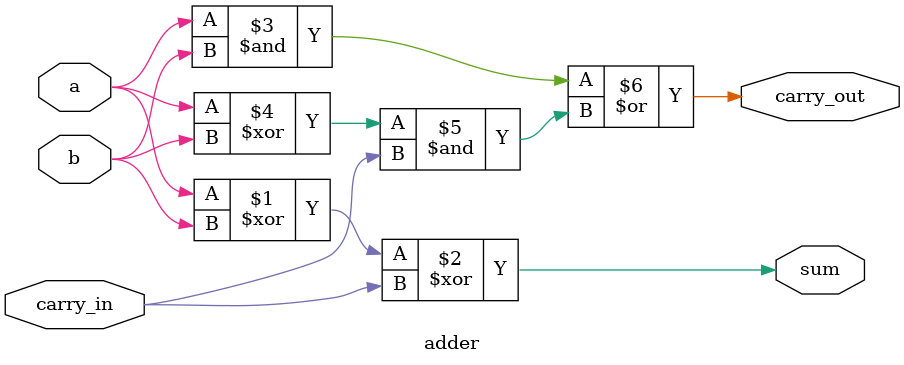
<source format=v>
module adder(
    input a,
    input b,
    input carry_in,
    output sum,
    output carry_out
);

assign sum = (a ^ b) ^ carry_in;
assign carry_out = (a & b) | ((a ^ b) & carry_in);

endmodule
</source>
